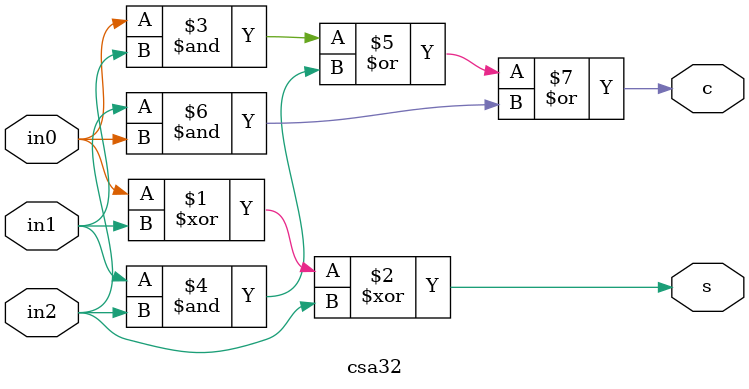
<source format=v>
module csa32 #(parameter DW   = 1 // data width
		  )
   ( input [DW-1:0]  in0, //input
     input [DW-1:0]  in1,//input
     input [DW-1:0]  in2,//input
     output [DW-1:0] s, //sum 
     output [DW-1:0] c   //carry
     );

   generate
	begin : generic
	   assign s[DW-1:0] = in0[DW-1:0] ^ in1[DW-1:0] ^ in2[DW-1:0];
	   assign c[DW-1:0] = (in0[DW-1:0] & in1[DW-1:0]) | 
			      (in1[DW-1:0] & in2[DW-1:0]) | 
			      (in2[DW-1:0] & in0[DW-1:0] );
	end
   endgenerate
   
endmodule
</source>
